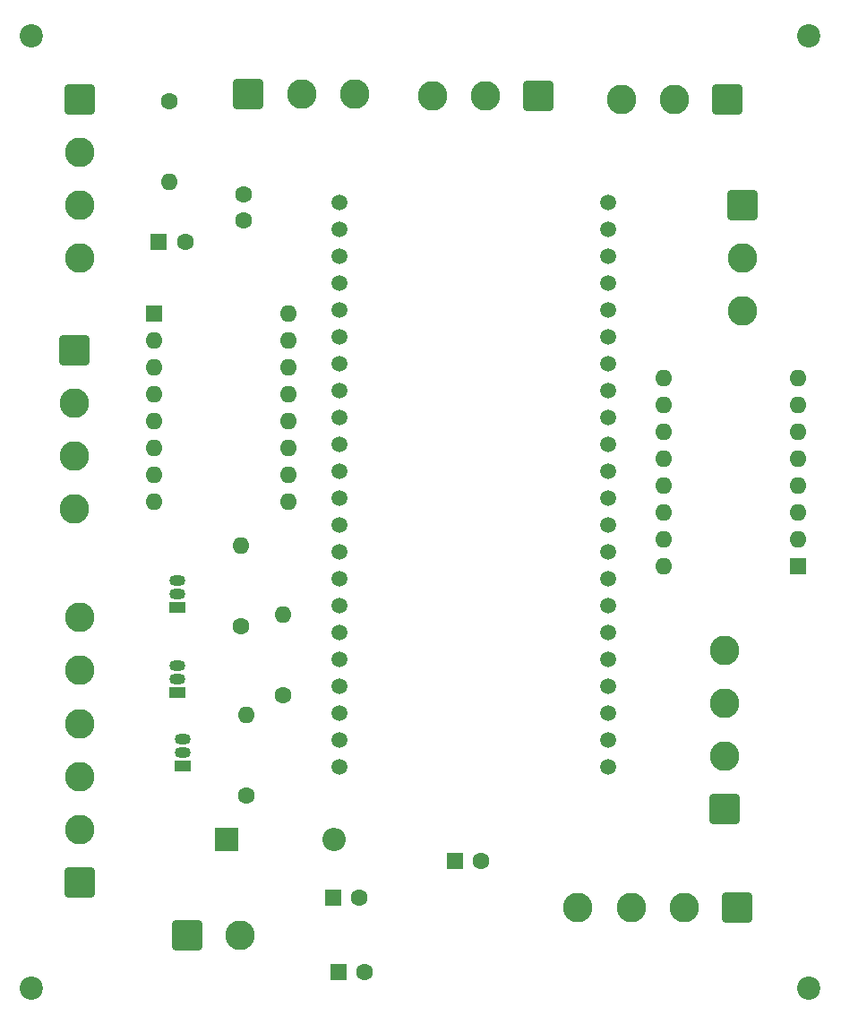
<source format=gbr>
%TF.GenerationSoftware,KiCad,Pcbnew,9.0.1*%
%TF.CreationDate,2025-05-12T18:48:48-07:00*%
%TF.ProjectId,pcb,7063622e-6b69-4636-9164-5f7063625858,rev?*%
%TF.SameCoordinates,Original*%
%TF.FileFunction,Soldermask,Bot*%
%TF.FilePolarity,Negative*%
%FSLAX46Y46*%
G04 Gerber Fmt 4.6, Leading zero omitted, Abs format (unit mm)*
G04 Created by KiCad (PCBNEW 9.0.1) date 2025-05-12 18:48:48*
%MOMM*%
%LPD*%
G01*
G04 APERTURE LIST*
G04 Aperture macros list*
%AMRoundRect*
0 Rectangle with rounded corners*
0 $1 Rounding radius*
0 $2 $3 $4 $5 $6 $7 $8 $9 X,Y pos of 4 corners*
0 Add a 4 corners polygon primitive as box body*
4,1,4,$2,$3,$4,$5,$6,$7,$8,$9,$2,$3,0*
0 Add four circle primitives for the rounded corners*
1,1,$1+$1,$2,$3*
1,1,$1+$1,$4,$5*
1,1,$1+$1,$6,$7*
1,1,$1+$1,$8,$9*
0 Add four rect primitives between the rounded corners*
20,1,$1+$1,$2,$3,$4,$5,0*
20,1,$1+$1,$4,$5,$6,$7,0*
20,1,$1+$1,$6,$7,$8,$9,0*
20,1,$1+$1,$8,$9,$2,$3,0*%
G04 Aperture macros list end*
%ADD10C,2.200000*%
%ADD11R,1.600000X1.600000*%
%ADD12C,1.600000*%
%ADD13R,2.200000X2.200000*%
%ADD14O,2.200000X2.200000*%
%ADD15O,1.600000X1.600000*%
%ADD16R,1.500000X1.050000*%
%ADD17O,1.500000X1.050000*%
%ADD18RoundRect,0.250001X1.149999X-1.149999X1.149999X1.149999X-1.149999X1.149999X-1.149999X-1.149999X0*%
%ADD19C,2.800000*%
%ADD20RoundRect,0.250001X-1.149999X-1.149999X1.149999X-1.149999X1.149999X1.149999X-1.149999X1.149999X0*%
%ADD21RoundRect,0.250001X1.149999X1.149999X-1.149999X1.149999X-1.149999X-1.149999X1.149999X-1.149999X0*%
%ADD22RoundRect,0.250001X-1.149999X1.149999X-1.149999X-1.149999X1.149999X-1.149999X1.149999X1.149999X0*%
%ADD23C,1.500000*%
G04 APERTURE END LIST*
D10*
%TO.C,BR*%
X173000000Y-142000000D03*
%TD*%
%TO.C,BL*%
X99500000Y-142000000D03*
%TD*%
%TO.C,TL*%
X99500000Y-52000000D03*
%TD*%
%TO.C,TR*%
X173000000Y-52000000D03*
%TD*%
D11*
%TO.C,vd_c2*%
X111500000Y-71500000D03*
D12*
X114000000Y-71500000D03*
%TD*%
D13*
%TO.C,D1*%
X117920000Y-128000000D03*
D14*
X128080000Y-128000000D03*
%TD*%
D12*
%TO.C,mix1*%
X119750000Y-123810000D03*
D15*
X119750000Y-116190000D03*
%TD*%
D16*
%TO.C,Q3*%
X113250000Y-106040000D03*
D17*
X113250000Y-104770000D03*
X113250000Y-103500000D03*
%TD*%
D18*
%TO.C,J3*%
X165031500Y-125066700D03*
D19*
X165031500Y-120066700D03*
X165031500Y-115066700D03*
X165031500Y-110066700D03*
%TD*%
D11*
%TO.C,motor_c1*%
X139500000Y-130000000D03*
D12*
X142000000Y-130000000D03*
%TD*%
%TO.C,vd_c1*%
X119500000Y-69500000D03*
X119500000Y-67000000D03*
%TD*%
D20*
%TO.C,MovingBumper_back1*%
X120000000Y-57500000D03*
D19*
X125000000Y-57500000D03*
X130000000Y-57500000D03*
%TD*%
D21*
%TO.C,MovingBumper_front1*%
X147397900Y-57680400D03*
D19*
X142397900Y-57680400D03*
X137397900Y-57680400D03*
%TD*%
D21*
%TO.C,Debug_ports1*%
X166155000Y-134437400D03*
D19*
X161155000Y-134437400D03*
X156155000Y-134437400D03*
X151155000Y-134437400D03*
%TD*%
D11*
%TO.C,reg_co1*%
X128000000Y-133500000D03*
D12*
X130500000Y-133500000D03*
%TD*%
%TO.C,mix2*%
X123300100Y-114310000D03*
D15*
X123300100Y-106690000D03*
%TD*%
D22*
%TO.C,Thermistor1*%
X104032500Y-58000000D03*
D19*
X104032500Y-63000000D03*
X104032500Y-68000000D03*
X104032500Y-73000000D03*
%TD*%
D23*
%TO.C,ESP32-S3*%
X128590000Y-67792500D03*
X128590000Y-70332500D03*
X128590000Y-72872500D03*
X128590000Y-75412500D03*
X128590000Y-77952500D03*
X128590000Y-80492500D03*
X128590000Y-83032500D03*
X128590000Y-85572500D03*
X128590000Y-88112500D03*
X128590000Y-90652500D03*
X128590000Y-93192500D03*
X128590000Y-95732500D03*
X128590000Y-98272500D03*
X128590000Y-100812500D03*
X128590000Y-103352500D03*
X128590000Y-105892500D03*
X128590000Y-108432500D03*
X128590000Y-110972500D03*
X128590000Y-113512500D03*
X128590000Y-116052500D03*
X128590000Y-118592500D03*
X128590000Y-121132500D03*
X153990000Y-67792500D03*
X153990000Y-70332500D03*
X153990000Y-72872500D03*
X153990000Y-75412500D03*
X153990000Y-77952500D03*
X153990000Y-80492500D03*
X153990000Y-83032500D03*
X153990000Y-85572500D03*
X153990000Y-88112500D03*
X153990000Y-90652500D03*
X153990000Y-93192500D03*
X153990000Y-95732500D03*
X153990000Y-98272500D03*
X153990000Y-100812500D03*
X153990000Y-103352500D03*
X153990000Y-105892500D03*
X153990000Y-108432500D03*
X153990000Y-110972500D03*
X153990000Y-113512500D03*
X153990000Y-116052500D03*
X153990000Y-118592500D03*
X153990000Y-121132500D03*
%TD*%
D11*
%TO.C,reg_ci1*%
X128500000Y-140500000D03*
D12*
X131000000Y-140500000D03*
%TD*%
D11*
%TO.C,Moving1*%
X171982000Y-102106300D03*
D15*
X171982000Y-99566300D03*
X171982000Y-97026300D03*
X171982000Y-94486300D03*
X171982000Y-91946300D03*
X171982000Y-89406300D03*
X171982000Y-86866300D03*
X171982000Y-84326300D03*
X159282000Y-84326300D03*
X159282000Y-86866300D03*
X159282000Y-89406300D03*
X159282000Y-91946300D03*
X159282000Y-94486300D03*
X159282000Y-97026300D03*
X159282000Y-99566300D03*
X159282000Y-102106300D03*
%TD*%
D20*
%TO.C,J1*%
X114212500Y-137032500D03*
D19*
X119212500Y-137032500D03*
%TD*%
D12*
%TO.C,vd_r1*%
X112500000Y-58190000D03*
D15*
X112500000Y-65810000D03*
%TD*%
D12*
%TO.C,mix3*%
X119250000Y-107810000D03*
D15*
X119250000Y-100190000D03*
%TD*%
D21*
%TO.C,Rehydration_front1*%
X165250000Y-58032500D03*
D19*
X160250000Y-58032500D03*
X155250000Y-58032500D03*
%TD*%
D16*
%TO.C,Q1*%
X113750000Y-121040000D03*
D17*
X113750000Y-119770000D03*
X113750000Y-118500000D03*
%TD*%
D22*
%TO.C,J2*%
X103500000Y-81750000D03*
D19*
X103500000Y-86750000D03*
X103500000Y-91750000D03*
X103500000Y-96750000D03*
%TD*%
D11*
%TO.C,Rehydration1*%
X111090200Y-78254000D03*
D15*
X111090200Y-80794000D03*
X111090200Y-83334000D03*
X111090200Y-85874000D03*
X111090200Y-88414000D03*
X111090200Y-90954000D03*
X111090200Y-93494000D03*
X111090200Y-96034000D03*
X123790200Y-96034000D03*
X123790200Y-93494000D03*
X123790200Y-90954000D03*
X123790200Y-88414000D03*
X123790200Y-85874000D03*
X123790200Y-83334000D03*
X123790200Y-80794000D03*
X123790200Y-78254000D03*
%TD*%
D16*
%TO.C,Q2*%
X113250000Y-114040000D03*
D17*
X113250000Y-112770000D03*
X113250000Y-111500000D03*
%TD*%
D22*
%TO.C,Rehydration_back1*%
X166732900Y-68049600D03*
D19*
X166732900Y-73049600D03*
X166732900Y-78049600D03*
%TD*%
D18*
%TO.C,Mixing1*%
X104000000Y-132000000D03*
D19*
X104000000Y-127000000D03*
X104000000Y-122000000D03*
X104000000Y-117000000D03*
X104000000Y-112000000D03*
X104000000Y-107000000D03*
%TD*%
M02*

</source>
